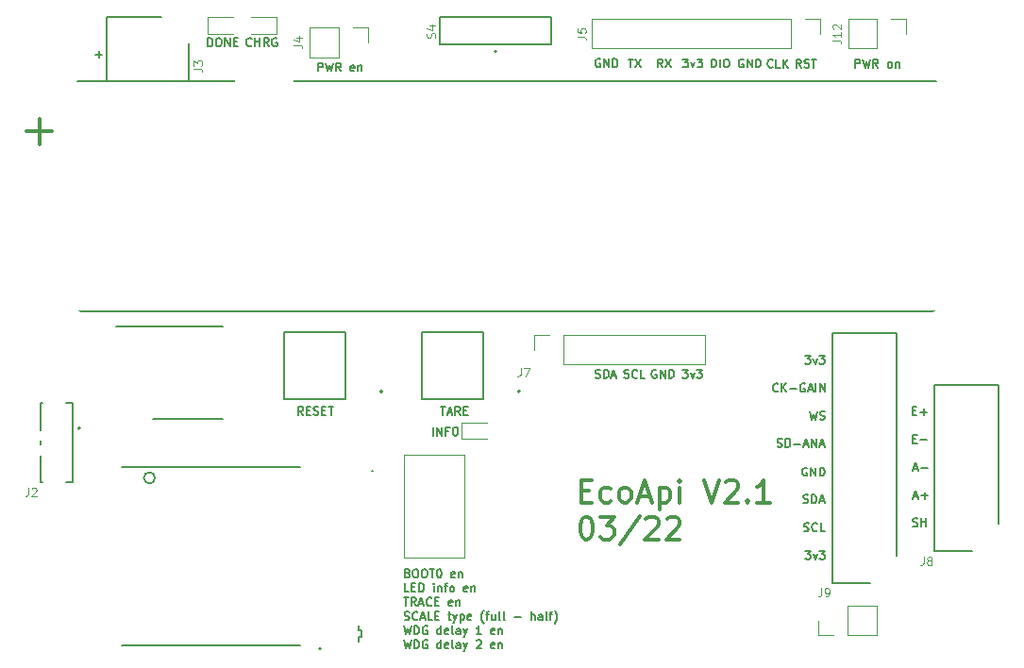
<source format=gto>
G04 #@! TF.GenerationSoftware,KiCad,Pcbnew,5.1.5+dfsg1-2build2*
G04 #@! TF.CreationDate,2022-03-24T14:40:24+01:00*
G04 #@! TF.ProjectId,EcoApi_pcb,45636f41-7069-45f7-9063-622e6b696361,rev?*
G04 #@! TF.SameCoordinates,Original*
G04 #@! TF.FileFunction,Legend,Top*
G04 #@! TF.FilePolarity,Positive*
%FSLAX46Y46*%
G04 Gerber Fmt 4.6, Leading zero omitted, Abs format (unit mm)*
G04 Created by KiCad (PCBNEW 5.1.5+dfsg1-2build2) date 2022-03-24 14:40:24*
%MOMM*%
%LPD*%
G04 APERTURE LIST*
%ADD10C,0.300000*%
%ADD11C,0.150000*%
%ADD12C,0.200000*%
%ADD13C,0.120000*%
%ADD14C,0.127000*%
%ADD15C,0.100000*%
%ADD16C,0.125000*%
%ADD17C,1.650000*%
%ADD18R,1.650000X1.650000*%
%ADD19O,1.700000X1.700000*%
%ADD20R,1.700000X1.700000*%
%ADD21C,1.308000*%
%ADD22R,1.308000X1.308000*%
%ADD23R,2.200000X1.050000*%
%ADD24R,1.050000X1.000000*%
%ADD25C,0.800000*%
%ADD26C,5.400000*%
%ADD27R,2.500000X1.200000*%
%ADD28R,2.100000X1.400000*%
%ADD29R,1.270000X0.760000*%
%ADD30O,1.716000X0.858000*%
%ADD31C,0.948000*%
%ADD32R,4.000000X2.150000*%
%ADD33R,7.350000X6.350000*%
%ADD34C,3.406000*%
G04 APERTURE END LIST*
D10*
X190971190Y-80817142D02*
X191637857Y-80817142D01*
X191923571Y-81864761D02*
X190971190Y-81864761D01*
X190971190Y-79864761D01*
X191923571Y-79864761D01*
X193637857Y-81769523D02*
X193447380Y-81864761D01*
X193066428Y-81864761D01*
X192875952Y-81769523D01*
X192780714Y-81674285D01*
X192685476Y-81483809D01*
X192685476Y-80912380D01*
X192780714Y-80721904D01*
X192875952Y-80626666D01*
X193066428Y-80531428D01*
X193447380Y-80531428D01*
X193637857Y-80626666D01*
X194780714Y-81864761D02*
X194590238Y-81769523D01*
X194495000Y-81674285D01*
X194399761Y-81483809D01*
X194399761Y-80912380D01*
X194495000Y-80721904D01*
X194590238Y-80626666D01*
X194780714Y-80531428D01*
X195066428Y-80531428D01*
X195256904Y-80626666D01*
X195352142Y-80721904D01*
X195447380Y-80912380D01*
X195447380Y-81483809D01*
X195352142Y-81674285D01*
X195256904Y-81769523D01*
X195066428Y-81864761D01*
X194780714Y-81864761D01*
X196209285Y-81293333D02*
X197161666Y-81293333D01*
X196018809Y-81864761D02*
X196685476Y-79864761D01*
X197352142Y-81864761D01*
X198018809Y-80531428D02*
X198018809Y-82531428D01*
X198018809Y-80626666D02*
X198209285Y-80531428D01*
X198590238Y-80531428D01*
X198780714Y-80626666D01*
X198875952Y-80721904D01*
X198971190Y-80912380D01*
X198971190Y-81483809D01*
X198875952Y-81674285D01*
X198780714Y-81769523D01*
X198590238Y-81864761D01*
X198209285Y-81864761D01*
X198018809Y-81769523D01*
X199828333Y-81864761D02*
X199828333Y-80531428D01*
X199828333Y-79864761D02*
X199733095Y-79960000D01*
X199828333Y-80055238D01*
X199923571Y-79960000D01*
X199828333Y-79864761D01*
X199828333Y-80055238D01*
X202018809Y-79864761D02*
X202685476Y-81864761D01*
X203352142Y-79864761D01*
X203923571Y-80055238D02*
X204018809Y-79960000D01*
X204209285Y-79864761D01*
X204685476Y-79864761D01*
X204875952Y-79960000D01*
X204971190Y-80055238D01*
X205066428Y-80245714D01*
X205066428Y-80436190D01*
X204971190Y-80721904D01*
X203828333Y-81864761D01*
X205066428Y-81864761D01*
X205923571Y-81674285D02*
X206018809Y-81769523D01*
X205923571Y-81864761D01*
X205828333Y-81769523D01*
X205923571Y-81674285D01*
X205923571Y-81864761D01*
X207923571Y-81864761D02*
X206780714Y-81864761D01*
X207352142Y-81864761D02*
X207352142Y-79864761D01*
X207161666Y-80150476D01*
X206971190Y-80340952D01*
X206780714Y-80436190D01*
X191352142Y-83164761D02*
X191542619Y-83164761D01*
X191733095Y-83260000D01*
X191828333Y-83355238D01*
X191923571Y-83545714D01*
X192018809Y-83926666D01*
X192018809Y-84402857D01*
X191923571Y-84783809D01*
X191828333Y-84974285D01*
X191733095Y-85069523D01*
X191542619Y-85164761D01*
X191352142Y-85164761D01*
X191161666Y-85069523D01*
X191066428Y-84974285D01*
X190971190Y-84783809D01*
X190875952Y-84402857D01*
X190875952Y-83926666D01*
X190971190Y-83545714D01*
X191066428Y-83355238D01*
X191161666Y-83260000D01*
X191352142Y-83164761D01*
X192685476Y-83164761D02*
X193923571Y-83164761D01*
X193256904Y-83926666D01*
X193542619Y-83926666D01*
X193733095Y-84021904D01*
X193828333Y-84117142D01*
X193923571Y-84307619D01*
X193923571Y-84783809D01*
X193828333Y-84974285D01*
X193733095Y-85069523D01*
X193542619Y-85164761D01*
X192971190Y-85164761D01*
X192780714Y-85069523D01*
X192685476Y-84974285D01*
X196209285Y-83069523D02*
X194495000Y-85640952D01*
X196780714Y-83355238D02*
X196875952Y-83260000D01*
X197066428Y-83164761D01*
X197542619Y-83164761D01*
X197733095Y-83260000D01*
X197828333Y-83355238D01*
X197923571Y-83545714D01*
X197923571Y-83736190D01*
X197828333Y-84021904D01*
X196685476Y-85164761D01*
X197923571Y-85164761D01*
X198685476Y-83355238D02*
X198780714Y-83260000D01*
X198971190Y-83164761D01*
X199447380Y-83164761D01*
X199637857Y-83260000D01*
X199733095Y-83355238D01*
X199828333Y-83545714D01*
X199828333Y-83736190D01*
X199733095Y-84021904D01*
X198590238Y-85164761D01*
X199828333Y-85164761D01*
D11*
X147414285Y-41653571D02*
X147985714Y-41653571D01*
X147700000Y-41939285D02*
X147700000Y-41367857D01*
X166020714Y-74009285D02*
X165770714Y-73652142D01*
X165592142Y-74009285D02*
X165592142Y-73259285D01*
X165877857Y-73259285D01*
X165949285Y-73295000D01*
X165985000Y-73330714D01*
X166020714Y-73402142D01*
X166020714Y-73509285D01*
X165985000Y-73580714D01*
X165949285Y-73616428D01*
X165877857Y-73652142D01*
X165592142Y-73652142D01*
X166342142Y-73616428D02*
X166592142Y-73616428D01*
X166699285Y-74009285D02*
X166342142Y-74009285D01*
X166342142Y-73259285D01*
X166699285Y-73259285D01*
X166985000Y-73973571D02*
X167092142Y-74009285D01*
X167270714Y-74009285D01*
X167342142Y-73973571D01*
X167377857Y-73937857D01*
X167413571Y-73866428D01*
X167413571Y-73795000D01*
X167377857Y-73723571D01*
X167342142Y-73687857D01*
X167270714Y-73652142D01*
X167127857Y-73616428D01*
X167056428Y-73580714D01*
X167020714Y-73545000D01*
X166985000Y-73473571D01*
X166985000Y-73402142D01*
X167020714Y-73330714D01*
X167056428Y-73295000D01*
X167127857Y-73259285D01*
X167306428Y-73259285D01*
X167413571Y-73295000D01*
X167735000Y-73616428D02*
X167985000Y-73616428D01*
X168092142Y-74009285D02*
X167735000Y-74009285D01*
X167735000Y-73259285D01*
X168092142Y-73259285D01*
X168306428Y-73259285D02*
X168735000Y-73259285D01*
X168520714Y-74009285D02*
X168520714Y-73259285D01*
X178370000Y-73259285D02*
X178798571Y-73259285D01*
X178584285Y-74009285D02*
X178584285Y-73259285D01*
X179012857Y-73795000D02*
X179370000Y-73795000D01*
X178941428Y-74009285D02*
X179191428Y-73259285D01*
X179441428Y-74009285D01*
X180120000Y-74009285D02*
X179870000Y-73652142D01*
X179691428Y-74009285D02*
X179691428Y-73259285D01*
X179977142Y-73259285D01*
X180048571Y-73295000D01*
X180084285Y-73330714D01*
X180120000Y-73402142D01*
X180120000Y-73509285D01*
X180084285Y-73580714D01*
X180048571Y-73616428D01*
X179977142Y-73652142D01*
X179691428Y-73652142D01*
X180441428Y-73616428D02*
X180691428Y-73616428D01*
X180798571Y-74009285D02*
X180441428Y-74009285D01*
X180441428Y-73259285D01*
X180798571Y-73259285D01*
X215585714Y-42839285D02*
X215585714Y-42089285D01*
X215871428Y-42089285D01*
X215942857Y-42125000D01*
X215978571Y-42160714D01*
X216014285Y-42232142D01*
X216014285Y-42339285D01*
X215978571Y-42410714D01*
X215942857Y-42446428D01*
X215871428Y-42482142D01*
X215585714Y-42482142D01*
X216264285Y-42089285D02*
X216442857Y-42839285D01*
X216585714Y-42303571D01*
X216728571Y-42839285D01*
X216907142Y-42089285D01*
X217621428Y-42839285D02*
X217371428Y-42482142D01*
X217192857Y-42839285D02*
X217192857Y-42089285D01*
X217478571Y-42089285D01*
X217550000Y-42125000D01*
X217585714Y-42160714D01*
X217621428Y-42232142D01*
X217621428Y-42339285D01*
X217585714Y-42410714D01*
X217550000Y-42446428D01*
X217478571Y-42482142D01*
X217192857Y-42482142D01*
X218621428Y-42839285D02*
X218550000Y-42803571D01*
X218514285Y-42767857D01*
X218478571Y-42696428D01*
X218478571Y-42482142D01*
X218514285Y-42410714D01*
X218550000Y-42375000D01*
X218621428Y-42339285D01*
X218728571Y-42339285D01*
X218800000Y-42375000D01*
X218835714Y-42410714D01*
X218871428Y-42482142D01*
X218871428Y-42696428D01*
X218835714Y-42767857D01*
X218800000Y-42803571D01*
X218728571Y-42839285D01*
X218621428Y-42839285D01*
X219192857Y-42339285D02*
X219192857Y-42839285D01*
X219192857Y-42410714D02*
X219228571Y-42375000D01*
X219300000Y-42339285D01*
X219407142Y-42339285D01*
X219478571Y-42375000D01*
X219514285Y-42446428D01*
X219514285Y-42839285D01*
X210719285Y-42839285D02*
X210469285Y-42482142D01*
X210290714Y-42839285D02*
X210290714Y-42089285D01*
X210576428Y-42089285D01*
X210647857Y-42125000D01*
X210683571Y-42160714D01*
X210719285Y-42232142D01*
X210719285Y-42339285D01*
X210683571Y-42410714D01*
X210647857Y-42446428D01*
X210576428Y-42482142D01*
X210290714Y-42482142D01*
X211005000Y-42803571D02*
X211112142Y-42839285D01*
X211290714Y-42839285D01*
X211362142Y-42803571D01*
X211397857Y-42767857D01*
X211433571Y-42696428D01*
X211433571Y-42625000D01*
X211397857Y-42553571D01*
X211362142Y-42517857D01*
X211290714Y-42482142D01*
X211147857Y-42446428D01*
X211076428Y-42410714D01*
X211040714Y-42375000D01*
X211005000Y-42303571D01*
X211005000Y-42232142D01*
X211040714Y-42160714D01*
X211076428Y-42125000D01*
X211147857Y-42089285D01*
X211326428Y-42089285D01*
X211433571Y-42125000D01*
X211647857Y-42089285D02*
X212076428Y-42089285D01*
X211862142Y-42839285D02*
X211862142Y-42089285D01*
X202682142Y-42829285D02*
X202682142Y-42079285D01*
X202860714Y-42079285D01*
X202967857Y-42115000D01*
X203039285Y-42186428D01*
X203075000Y-42257857D01*
X203110714Y-42400714D01*
X203110714Y-42507857D01*
X203075000Y-42650714D01*
X203039285Y-42722142D01*
X202967857Y-42793571D01*
X202860714Y-42829285D01*
X202682142Y-42829285D01*
X203432142Y-42829285D02*
X203432142Y-42079285D01*
X203932142Y-42079285D02*
X204075000Y-42079285D01*
X204146428Y-42115000D01*
X204217857Y-42186428D01*
X204253571Y-42329285D01*
X204253571Y-42579285D01*
X204217857Y-42722142D01*
X204146428Y-42793571D01*
X204075000Y-42829285D01*
X203932142Y-42829285D01*
X203860714Y-42793571D01*
X203789285Y-42722142D01*
X203753571Y-42579285D01*
X203753571Y-42329285D01*
X203789285Y-42186428D01*
X203860714Y-42115000D01*
X203932142Y-42079285D01*
X205528571Y-42115000D02*
X205457142Y-42079285D01*
X205350000Y-42079285D01*
X205242857Y-42115000D01*
X205171428Y-42186428D01*
X205135714Y-42257857D01*
X205100000Y-42400714D01*
X205100000Y-42507857D01*
X205135714Y-42650714D01*
X205171428Y-42722142D01*
X205242857Y-42793571D01*
X205350000Y-42829285D01*
X205421428Y-42829285D01*
X205528571Y-42793571D01*
X205564285Y-42757857D01*
X205564285Y-42507857D01*
X205421428Y-42507857D01*
X205885714Y-42829285D02*
X205885714Y-42079285D01*
X206314285Y-42829285D01*
X206314285Y-42079285D01*
X206671428Y-42829285D02*
X206671428Y-42079285D01*
X206850000Y-42079285D01*
X206957142Y-42115000D01*
X207028571Y-42186428D01*
X207064285Y-42257857D01*
X207100000Y-42400714D01*
X207100000Y-42507857D01*
X207064285Y-42650714D01*
X207028571Y-42722142D01*
X206957142Y-42793571D01*
X206850000Y-42829285D01*
X206671428Y-42829285D01*
X208153571Y-42767857D02*
X208117857Y-42803571D01*
X208010714Y-42839285D01*
X207939285Y-42839285D01*
X207832142Y-42803571D01*
X207760714Y-42732142D01*
X207725000Y-42660714D01*
X207689285Y-42517857D01*
X207689285Y-42410714D01*
X207725000Y-42267857D01*
X207760714Y-42196428D01*
X207832142Y-42125000D01*
X207939285Y-42089285D01*
X208010714Y-42089285D01*
X208117857Y-42125000D01*
X208153571Y-42160714D01*
X208832142Y-42839285D02*
X208475000Y-42839285D01*
X208475000Y-42089285D01*
X209082142Y-42839285D02*
X209082142Y-42089285D01*
X209510714Y-42839285D02*
X209189285Y-42410714D01*
X209510714Y-42089285D02*
X209082142Y-42517857D01*
X200097142Y-42079285D02*
X200561428Y-42079285D01*
X200311428Y-42365000D01*
X200418571Y-42365000D01*
X200490000Y-42400714D01*
X200525714Y-42436428D01*
X200561428Y-42507857D01*
X200561428Y-42686428D01*
X200525714Y-42757857D01*
X200490000Y-42793571D01*
X200418571Y-42829285D01*
X200204285Y-42829285D01*
X200132857Y-42793571D01*
X200097142Y-42757857D01*
X200811428Y-42329285D02*
X200990000Y-42829285D01*
X201168571Y-42329285D01*
X201382857Y-42079285D02*
X201847142Y-42079285D01*
X201597142Y-42365000D01*
X201704285Y-42365000D01*
X201775714Y-42400714D01*
X201811428Y-42436428D01*
X201847142Y-42507857D01*
X201847142Y-42686428D01*
X201811428Y-42757857D01*
X201775714Y-42793571D01*
X201704285Y-42829285D01*
X201490000Y-42829285D01*
X201418571Y-42793571D01*
X201382857Y-42757857D01*
X192678571Y-42075000D02*
X192607142Y-42039285D01*
X192500000Y-42039285D01*
X192392857Y-42075000D01*
X192321428Y-42146428D01*
X192285714Y-42217857D01*
X192250000Y-42360714D01*
X192250000Y-42467857D01*
X192285714Y-42610714D01*
X192321428Y-42682142D01*
X192392857Y-42753571D01*
X192500000Y-42789285D01*
X192571428Y-42789285D01*
X192678571Y-42753571D01*
X192714285Y-42717857D01*
X192714285Y-42467857D01*
X192571428Y-42467857D01*
X193035714Y-42789285D02*
X193035714Y-42039285D01*
X193464285Y-42789285D01*
X193464285Y-42039285D01*
X193821428Y-42789285D02*
X193821428Y-42039285D01*
X194000000Y-42039285D01*
X194107142Y-42075000D01*
X194178571Y-42146428D01*
X194214285Y-42217857D01*
X194250000Y-42360714D01*
X194250000Y-42467857D01*
X194214285Y-42610714D01*
X194178571Y-42682142D01*
X194107142Y-42753571D01*
X194000000Y-42789285D01*
X193821428Y-42789285D01*
X198275000Y-42829285D02*
X198025000Y-42472142D01*
X197846428Y-42829285D02*
X197846428Y-42079285D01*
X198132142Y-42079285D01*
X198203571Y-42115000D01*
X198239285Y-42150714D01*
X198275000Y-42222142D01*
X198275000Y-42329285D01*
X198239285Y-42400714D01*
X198203571Y-42436428D01*
X198132142Y-42472142D01*
X197846428Y-42472142D01*
X198525000Y-42079285D02*
X199025000Y-42829285D01*
X199025000Y-42079285D02*
X198525000Y-42829285D01*
X195228571Y-42079285D02*
X195657142Y-42079285D01*
X195442857Y-42829285D02*
X195442857Y-42079285D01*
X195835714Y-42079285D02*
X196335714Y-42829285D01*
X196335714Y-42079285D02*
X195835714Y-42829285D01*
X167403571Y-43159285D02*
X167403571Y-42409285D01*
X167689285Y-42409285D01*
X167760714Y-42445000D01*
X167796428Y-42480714D01*
X167832142Y-42552142D01*
X167832142Y-42659285D01*
X167796428Y-42730714D01*
X167760714Y-42766428D01*
X167689285Y-42802142D01*
X167403571Y-42802142D01*
X168082142Y-42409285D02*
X168260714Y-43159285D01*
X168403571Y-42623571D01*
X168546428Y-43159285D01*
X168725000Y-42409285D01*
X169439285Y-43159285D02*
X169189285Y-42802142D01*
X169010714Y-43159285D02*
X169010714Y-42409285D01*
X169296428Y-42409285D01*
X169367857Y-42445000D01*
X169403571Y-42480714D01*
X169439285Y-42552142D01*
X169439285Y-42659285D01*
X169403571Y-42730714D01*
X169367857Y-42766428D01*
X169296428Y-42802142D01*
X169010714Y-42802142D01*
X170617857Y-43123571D02*
X170546428Y-43159285D01*
X170403571Y-43159285D01*
X170332142Y-43123571D01*
X170296428Y-43052142D01*
X170296428Y-42766428D01*
X170332142Y-42695000D01*
X170403571Y-42659285D01*
X170546428Y-42659285D01*
X170617857Y-42695000D01*
X170653571Y-42766428D01*
X170653571Y-42837857D01*
X170296428Y-42909285D01*
X170975000Y-42659285D02*
X170975000Y-43159285D01*
X170975000Y-42730714D02*
X171010714Y-42695000D01*
X171082142Y-42659285D01*
X171189285Y-42659285D01*
X171260714Y-42695000D01*
X171296428Y-42766428D01*
X171296428Y-43159285D01*
X161409285Y-40847857D02*
X161373571Y-40883571D01*
X161266428Y-40919285D01*
X161195000Y-40919285D01*
X161087857Y-40883571D01*
X161016428Y-40812142D01*
X160980714Y-40740714D01*
X160945000Y-40597857D01*
X160945000Y-40490714D01*
X160980714Y-40347857D01*
X161016428Y-40276428D01*
X161087857Y-40205000D01*
X161195000Y-40169285D01*
X161266428Y-40169285D01*
X161373571Y-40205000D01*
X161409285Y-40240714D01*
X161730714Y-40919285D02*
X161730714Y-40169285D01*
X161730714Y-40526428D02*
X162159285Y-40526428D01*
X162159285Y-40919285D02*
X162159285Y-40169285D01*
X162945000Y-40919285D02*
X162695000Y-40562142D01*
X162516428Y-40919285D02*
X162516428Y-40169285D01*
X162802142Y-40169285D01*
X162873571Y-40205000D01*
X162909285Y-40240714D01*
X162945000Y-40312142D01*
X162945000Y-40419285D01*
X162909285Y-40490714D01*
X162873571Y-40526428D01*
X162802142Y-40562142D01*
X162516428Y-40562142D01*
X163659285Y-40205000D02*
X163587857Y-40169285D01*
X163480714Y-40169285D01*
X163373571Y-40205000D01*
X163302142Y-40276428D01*
X163266428Y-40347857D01*
X163230714Y-40490714D01*
X163230714Y-40597857D01*
X163266428Y-40740714D01*
X163302142Y-40812142D01*
X163373571Y-40883571D01*
X163480714Y-40919285D01*
X163552142Y-40919285D01*
X163659285Y-40883571D01*
X163695000Y-40847857D01*
X163695000Y-40597857D01*
X163552142Y-40597857D01*
X157498571Y-40929285D02*
X157498571Y-40179285D01*
X157677142Y-40179285D01*
X157784285Y-40215000D01*
X157855714Y-40286428D01*
X157891428Y-40357857D01*
X157927142Y-40500714D01*
X157927142Y-40607857D01*
X157891428Y-40750714D01*
X157855714Y-40822142D01*
X157784285Y-40893571D01*
X157677142Y-40929285D01*
X157498571Y-40929285D01*
X158391428Y-40179285D02*
X158534285Y-40179285D01*
X158605714Y-40215000D01*
X158677142Y-40286428D01*
X158712857Y-40429285D01*
X158712857Y-40679285D01*
X158677142Y-40822142D01*
X158605714Y-40893571D01*
X158534285Y-40929285D01*
X158391428Y-40929285D01*
X158320000Y-40893571D01*
X158248571Y-40822142D01*
X158212857Y-40679285D01*
X158212857Y-40429285D01*
X158248571Y-40286428D01*
X158320000Y-40215000D01*
X158391428Y-40179285D01*
X159034285Y-40929285D02*
X159034285Y-40179285D01*
X159462857Y-40929285D01*
X159462857Y-40179285D01*
X159820000Y-40536428D02*
X160070000Y-40536428D01*
X160177142Y-40929285D02*
X159820000Y-40929285D01*
X159820000Y-40179285D01*
X160177142Y-40179285D01*
X177692857Y-75859285D02*
X177692857Y-75109285D01*
X178050000Y-75859285D02*
X178050000Y-75109285D01*
X178478571Y-75859285D01*
X178478571Y-75109285D01*
X179085714Y-75466428D02*
X178835714Y-75466428D01*
X178835714Y-75859285D02*
X178835714Y-75109285D01*
X179192857Y-75109285D01*
X179621428Y-75109285D02*
X179764285Y-75109285D01*
X179835714Y-75145000D01*
X179907142Y-75216428D01*
X179942857Y-75359285D01*
X179942857Y-75609285D01*
X179907142Y-75752142D01*
X179835714Y-75823571D01*
X179764285Y-75859285D01*
X179621428Y-75859285D01*
X179550000Y-75823571D01*
X179478571Y-75752142D01*
X179442857Y-75609285D01*
X179442857Y-75359285D01*
X179478571Y-75216428D01*
X179550000Y-75145000D01*
X179621428Y-75109285D01*
X175416071Y-88198928D02*
X175523214Y-88234642D01*
X175558928Y-88270357D01*
X175594642Y-88341785D01*
X175594642Y-88448928D01*
X175558928Y-88520357D01*
X175523214Y-88556071D01*
X175451785Y-88591785D01*
X175166071Y-88591785D01*
X175166071Y-87841785D01*
X175416071Y-87841785D01*
X175487500Y-87877500D01*
X175523214Y-87913214D01*
X175558928Y-87984642D01*
X175558928Y-88056071D01*
X175523214Y-88127500D01*
X175487500Y-88163214D01*
X175416071Y-88198928D01*
X175166071Y-88198928D01*
X176058928Y-87841785D02*
X176201785Y-87841785D01*
X176273214Y-87877500D01*
X176344642Y-87948928D01*
X176380357Y-88091785D01*
X176380357Y-88341785D01*
X176344642Y-88484642D01*
X176273214Y-88556071D01*
X176201785Y-88591785D01*
X176058928Y-88591785D01*
X175987500Y-88556071D01*
X175916071Y-88484642D01*
X175880357Y-88341785D01*
X175880357Y-88091785D01*
X175916071Y-87948928D01*
X175987500Y-87877500D01*
X176058928Y-87841785D01*
X176844642Y-87841785D02*
X176987500Y-87841785D01*
X177058928Y-87877500D01*
X177130357Y-87948928D01*
X177166071Y-88091785D01*
X177166071Y-88341785D01*
X177130357Y-88484642D01*
X177058928Y-88556071D01*
X176987500Y-88591785D01*
X176844642Y-88591785D01*
X176773214Y-88556071D01*
X176701785Y-88484642D01*
X176666071Y-88341785D01*
X176666071Y-88091785D01*
X176701785Y-87948928D01*
X176773214Y-87877500D01*
X176844642Y-87841785D01*
X177380357Y-87841785D02*
X177808928Y-87841785D01*
X177594642Y-88591785D02*
X177594642Y-87841785D01*
X178201785Y-87841785D02*
X178273214Y-87841785D01*
X178344642Y-87877500D01*
X178380357Y-87913214D01*
X178416071Y-87984642D01*
X178451785Y-88127500D01*
X178451785Y-88306071D01*
X178416071Y-88448928D01*
X178380357Y-88520357D01*
X178344642Y-88556071D01*
X178273214Y-88591785D01*
X178201785Y-88591785D01*
X178130357Y-88556071D01*
X178094642Y-88520357D01*
X178058928Y-88448928D01*
X178023214Y-88306071D01*
X178023214Y-88127500D01*
X178058928Y-87984642D01*
X178094642Y-87913214D01*
X178130357Y-87877500D01*
X178201785Y-87841785D01*
X179630357Y-88556071D02*
X179558928Y-88591785D01*
X179416071Y-88591785D01*
X179344642Y-88556071D01*
X179308928Y-88484642D01*
X179308928Y-88198928D01*
X179344642Y-88127500D01*
X179416071Y-88091785D01*
X179558928Y-88091785D01*
X179630357Y-88127500D01*
X179666071Y-88198928D01*
X179666071Y-88270357D01*
X179308928Y-88341785D01*
X179987500Y-88091785D02*
X179987500Y-88591785D01*
X179987500Y-88163214D02*
X180023214Y-88127500D01*
X180094642Y-88091785D01*
X180201785Y-88091785D01*
X180273214Y-88127500D01*
X180308928Y-88198928D01*
X180308928Y-88591785D01*
X175523214Y-89866785D02*
X175166071Y-89866785D01*
X175166071Y-89116785D01*
X175773214Y-89473928D02*
X176023214Y-89473928D01*
X176130357Y-89866785D02*
X175773214Y-89866785D01*
X175773214Y-89116785D01*
X176130357Y-89116785D01*
X176451785Y-89866785D02*
X176451785Y-89116785D01*
X176630357Y-89116785D01*
X176737500Y-89152500D01*
X176808928Y-89223928D01*
X176844642Y-89295357D01*
X176880357Y-89438214D01*
X176880357Y-89545357D01*
X176844642Y-89688214D01*
X176808928Y-89759642D01*
X176737500Y-89831071D01*
X176630357Y-89866785D01*
X176451785Y-89866785D01*
X177773214Y-89866785D02*
X177773214Y-89366785D01*
X177773214Y-89116785D02*
X177737500Y-89152500D01*
X177773214Y-89188214D01*
X177808928Y-89152500D01*
X177773214Y-89116785D01*
X177773214Y-89188214D01*
X178130357Y-89366785D02*
X178130357Y-89866785D01*
X178130357Y-89438214D02*
X178166071Y-89402500D01*
X178237500Y-89366785D01*
X178344642Y-89366785D01*
X178416071Y-89402500D01*
X178451785Y-89473928D01*
X178451785Y-89866785D01*
X178701785Y-89366785D02*
X178987500Y-89366785D01*
X178808928Y-89866785D02*
X178808928Y-89223928D01*
X178844642Y-89152500D01*
X178916071Y-89116785D01*
X178987500Y-89116785D01*
X179344642Y-89866785D02*
X179273214Y-89831071D01*
X179237500Y-89795357D01*
X179201785Y-89723928D01*
X179201785Y-89509642D01*
X179237500Y-89438214D01*
X179273214Y-89402500D01*
X179344642Y-89366785D01*
X179451785Y-89366785D01*
X179523214Y-89402500D01*
X179558928Y-89438214D01*
X179594642Y-89509642D01*
X179594642Y-89723928D01*
X179558928Y-89795357D01*
X179523214Y-89831071D01*
X179451785Y-89866785D01*
X179344642Y-89866785D01*
X180773214Y-89831071D02*
X180701785Y-89866785D01*
X180558928Y-89866785D01*
X180487500Y-89831071D01*
X180451785Y-89759642D01*
X180451785Y-89473928D01*
X180487500Y-89402500D01*
X180558928Y-89366785D01*
X180701785Y-89366785D01*
X180773214Y-89402500D01*
X180808928Y-89473928D01*
X180808928Y-89545357D01*
X180451785Y-89616785D01*
X181130357Y-89366785D02*
X181130357Y-89866785D01*
X181130357Y-89438214D02*
X181166071Y-89402500D01*
X181237500Y-89366785D01*
X181344642Y-89366785D01*
X181416071Y-89402500D01*
X181451785Y-89473928D01*
X181451785Y-89866785D01*
X175058928Y-90391785D02*
X175487500Y-90391785D01*
X175273214Y-91141785D02*
X175273214Y-90391785D01*
X176166071Y-91141785D02*
X175916071Y-90784642D01*
X175737500Y-91141785D02*
X175737500Y-90391785D01*
X176023214Y-90391785D01*
X176094642Y-90427500D01*
X176130357Y-90463214D01*
X176166071Y-90534642D01*
X176166071Y-90641785D01*
X176130357Y-90713214D01*
X176094642Y-90748928D01*
X176023214Y-90784642D01*
X175737500Y-90784642D01*
X176451785Y-90927500D02*
X176808928Y-90927500D01*
X176380357Y-91141785D02*
X176630357Y-90391785D01*
X176880357Y-91141785D01*
X177558928Y-91070357D02*
X177523214Y-91106071D01*
X177416071Y-91141785D01*
X177344642Y-91141785D01*
X177237500Y-91106071D01*
X177166071Y-91034642D01*
X177130357Y-90963214D01*
X177094642Y-90820357D01*
X177094642Y-90713214D01*
X177130357Y-90570357D01*
X177166071Y-90498928D01*
X177237500Y-90427500D01*
X177344642Y-90391785D01*
X177416071Y-90391785D01*
X177523214Y-90427500D01*
X177558928Y-90463214D01*
X177880357Y-90748928D02*
X178130357Y-90748928D01*
X178237500Y-91141785D02*
X177880357Y-91141785D01*
X177880357Y-90391785D01*
X178237500Y-90391785D01*
X179416071Y-91106071D02*
X179344642Y-91141785D01*
X179201785Y-91141785D01*
X179130357Y-91106071D01*
X179094642Y-91034642D01*
X179094642Y-90748928D01*
X179130357Y-90677500D01*
X179201785Y-90641785D01*
X179344642Y-90641785D01*
X179416071Y-90677500D01*
X179451785Y-90748928D01*
X179451785Y-90820357D01*
X179094642Y-90891785D01*
X179773214Y-90641785D02*
X179773214Y-91141785D01*
X179773214Y-90713214D02*
X179808928Y-90677500D01*
X179880357Y-90641785D01*
X179987500Y-90641785D01*
X180058928Y-90677500D01*
X180094642Y-90748928D01*
X180094642Y-91141785D01*
X175130357Y-92381071D02*
X175237500Y-92416785D01*
X175416071Y-92416785D01*
X175487500Y-92381071D01*
X175523214Y-92345357D01*
X175558928Y-92273928D01*
X175558928Y-92202500D01*
X175523214Y-92131071D01*
X175487500Y-92095357D01*
X175416071Y-92059642D01*
X175273214Y-92023928D01*
X175201785Y-91988214D01*
X175166071Y-91952500D01*
X175130357Y-91881071D01*
X175130357Y-91809642D01*
X175166071Y-91738214D01*
X175201785Y-91702500D01*
X175273214Y-91666785D01*
X175451785Y-91666785D01*
X175558928Y-91702500D01*
X176308928Y-92345357D02*
X176273214Y-92381071D01*
X176166071Y-92416785D01*
X176094642Y-92416785D01*
X175987500Y-92381071D01*
X175916071Y-92309642D01*
X175880357Y-92238214D01*
X175844642Y-92095357D01*
X175844642Y-91988214D01*
X175880357Y-91845357D01*
X175916071Y-91773928D01*
X175987500Y-91702500D01*
X176094642Y-91666785D01*
X176166071Y-91666785D01*
X176273214Y-91702500D01*
X176308928Y-91738214D01*
X176594642Y-92202500D02*
X176951785Y-92202500D01*
X176523214Y-92416785D02*
X176773214Y-91666785D01*
X177023214Y-92416785D01*
X177630357Y-92416785D02*
X177273214Y-92416785D01*
X177273214Y-91666785D01*
X177880357Y-92023928D02*
X178130357Y-92023928D01*
X178237500Y-92416785D02*
X177880357Y-92416785D01*
X177880357Y-91666785D01*
X178237500Y-91666785D01*
X179023214Y-91916785D02*
X179308928Y-91916785D01*
X179130357Y-91666785D02*
X179130357Y-92309642D01*
X179166071Y-92381071D01*
X179237500Y-92416785D01*
X179308928Y-92416785D01*
X179487500Y-91916785D02*
X179666071Y-92416785D01*
X179844642Y-91916785D02*
X179666071Y-92416785D01*
X179594642Y-92595357D01*
X179558928Y-92631071D01*
X179487500Y-92666785D01*
X180130357Y-91916785D02*
X180130357Y-92666785D01*
X180130357Y-91952500D02*
X180201785Y-91916785D01*
X180344642Y-91916785D01*
X180416071Y-91952500D01*
X180451785Y-91988214D01*
X180487500Y-92059642D01*
X180487500Y-92273928D01*
X180451785Y-92345357D01*
X180416071Y-92381071D01*
X180344642Y-92416785D01*
X180201785Y-92416785D01*
X180130357Y-92381071D01*
X181094642Y-92381071D02*
X181023214Y-92416785D01*
X180880357Y-92416785D01*
X180808928Y-92381071D01*
X180773214Y-92309642D01*
X180773214Y-92023928D01*
X180808928Y-91952500D01*
X180880357Y-91916785D01*
X181023214Y-91916785D01*
X181094642Y-91952500D01*
X181130357Y-92023928D01*
X181130357Y-92095357D01*
X180773214Y-92166785D01*
X182237500Y-92702500D02*
X182201785Y-92666785D01*
X182130357Y-92559642D01*
X182094642Y-92488214D01*
X182058928Y-92381071D01*
X182023214Y-92202500D01*
X182023214Y-92059642D01*
X182058928Y-91881071D01*
X182094642Y-91773928D01*
X182130357Y-91702500D01*
X182201785Y-91595357D01*
X182237500Y-91559642D01*
X182416071Y-91916785D02*
X182701785Y-91916785D01*
X182523214Y-92416785D02*
X182523214Y-91773928D01*
X182558928Y-91702500D01*
X182630357Y-91666785D01*
X182701785Y-91666785D01*
X183273214Y-91916785D02*
X183273214Y-92416785D01*
X182951785Y-91916785D02*
X182951785Y-92309642D01*
X182987500Y-92381071D01*
X183058928Y-92416785D01*
X183166071Y-92416785D01*
X183237500Y-92381071D01*
X183273214Y-92345357D01*
X183737500Y-92416785D02*
X183666071Y-92381071D01*
X183630357Y-92309642D01*
X183630357Y-91666785D01*
X184130357Y-92416785D02*
X184058928Y-92381071D01*
X184023214Y-92309642D01*
X184023214Y-91666785D01*
X184987500Y-92131071D02*
X185558928Y-92131071D01*
X186487500Y-92416785D02*
X186487500Y-91666785D01*
X186808928Y-92416785D02*
X186808928Y-92023928D01*
X186773214Y-91952500D01*
X186701785Y-91916785D01*
X186594642Y-91916785D01*
X186523214Y-91952500D01*
X186487500Y-91988214D01*
X187487500Y-92416785D02*
X187487500Y-92023928D01*
X187451785Y-91952500D01*
X187380357Y-91916785D01*
X187237500Y-91916785D01*
X187166071Y-91952500D01*
X187487500Y-92381071D02*
X187416071Y-92416785D01*
X187237500Y-92416785D01*
X187166071Y-92381071D01*
X187130357Y-92309642D01*
X187130357Y-92238214D01*
X187166071Y-92166785D01*
X187237500Y-92131071D01*
X187416071Y-92131071D01*
X187487500Y-92095357D01*
X187951785Y-92416785D02*
X187880357Y-92381071D01*
X187844642Y-92309642D01*
X187844642Y-91666785D01*
X188130357Y-91916785D02*
X188416071Y-91916785D01*
X188237500Y-92416785D02*
X188237500Y-91773928D01*
X188273214Y-91702500D01*
X188344642Y-91666785D01*
X188416071Y-91666785D01*
X188594642Y-92702500D02*
X188630357Y-92666785D01*
X188701785Y-92559642D01*
X188737500Y-92488214D01*
X188773214Y-92381071D01*
X188808928Y-92202500D01*
X188808928Y-92059642D01*
X188773214Y-91881071D01*
X188737500Y-91773928D01*
X188701785Y-91702500D01*
X188630357Y-91595357D01*
X188594642Y-91559642D01*
X175094642Y-92941785D02*
X175273214Y-93691785D01*
X175416071Y-93156071D01*
X175558928Y-93691785D01*
X175737500Y-92941785D01*
X176023214Y-93691785D02*
X176023214Y-92941785D01*
X176201785Y-92941785D01*
X176308928Y-92977500D01*
X176380357Y-93048928D01*
X176416071Y-93120357D01*
X176451785Y-93263214D01*
X176451785Y-93370357D01*
X176416071Y-93513214D01*
X176380357Y-93584642D01*
X176308928Y-93656071D01*
X176201785Y-93691785D01*
X176023214Y-93691785D01*
X177166071Y-92977500D02*
X177094642Y-92941785D01*
X176987500Y-92941785D01*
X176880357Y-92977500D01*
X176808928Y-93048928D01*
X176773214Y-93120357D01*
X176737500Y-93263214D01*
X176737500Y-93370357D01*
X176773214Y-93513214D01*
X176808928Y-93584642D01*
X176880357Y-93656071D01*
X176987500Y-93691785D01*
X177058928Y-93691785D01*
X177166071Y-93656071D01*
X177201785Y-93620357D01*
X177201785Y-93370357D01*
X177058928Y-93370357D01*
X178416071Y-93691785D02*
X178416071Y-92941785D01*
X178416071Y-93656071D02*
X178344642Y-93691785D01*
X178201785Y-93691785D01*
X178130357Y-93656071D01*
X178094642Y-93620357D01*
X178058928Y-93548928D01*
X178058928Y-93334642D01*
X178094642Y-93263214D01*
X178130357Y-93227500D01*
X178201785Y-93191785D01*
X178344642Y-93191785D01*
X178416071Y-93227500D01*
X179058928Y-93656071D02*
X178987500Y-93691785D01*
X178844642Y-93691785D01*
X178773214Y-93656071D01*
X178737500Y-93584642D01*
X178737500Y-93298928D01*
X178773214Y-93227500D01*
X178844642Y-93191785D01*
X178987500Y-93191785D01*
X179058928Y-93227500D01*
X179094642Y-93298928D01*
X179094642Y-93370357D01*
X178737500Y-93441785D01*
X179523214Y-93691785D02*
X179451785Y-93656071D01*
X179416071Y-93584642D01*
X179416071Y-92941785D01*
X180130357Y-93691785D02*
X180130357Y-93298928D01*
X180094642Y-93227500D01*
X180023214Y-93191785D01*
X179880357Y-93191785D01*
X179808928Y-93227500D01*
X180130357Y-93656071D02*
X180058928Y-93691785D01*
X179880357Y-93691785D01*
X179808928Y-93656071D01*
X179773214Y-93584642D01*
X179773214Y-93513214D01*
X179808928Y-93441785D01*
X179880357Y-93406071D01*
X180058928Y-93406071D01*
X180130357Y-93370357D01*
X180416071Y-93191785D02*
X180594642Y-93691785D01*
X180773214Y-93191785D02*
X180594642Y-93691785D01*
X180523214Y-93870357D01*
X180487500Y-93906071D01*
X180416071Y-93941785D01*
X182023214Y-93691785D02*
X181594642Y-93691785D01*
X181808928Y-93691785D02*
X181808928Y-92941785D01*
X181737500Y-93048928D01*
X181666071Y-93120357D01*
X181594642Y-93156071D01*
X183201785Y-93656071D02*
X183130357Y-93691785D01*
X182987500Y-93691785D01*
X182916071Y-93656071D01*
X182880357Y-93584642D01*
X182880357Y-93298928D01*
X182916071Y-93227500D01*
X182987500Y-93191785D01*
X183130357Y-93191785D01*
X183201785Y-93227500D01*
X183237500Y-93298928D01*
X183237500Y-93370357D01*
X182880357Y-93441785D01*
X183558928Y-93191785D02*
X183558928Y-93691785D01*
X183558928Y-93263214D02*
X183594642Y-93227500D01*
X183666071Y-93191785D01*
X183773214Y-93191785D01*
X183844642Y-93227500D01*
X183880357Y-93298928D01*
X183880357Y-93691785D01*
X175094642Y-94216785D02*
X175273214Y-94966785D01*
X175416071Y-94431071D01*
X175558928Y-94966785D01*
X175737500Y-94216785D01*
X176023214Y-94966785D02*
X176023214Y-94216785D01*
X176201785Y-94216785D01*
X176308928Y-94252500D01*
X176380357Y-94323928D01*
X176416071Y-94395357D01*
X176451785Y-94538214D01*
X176451785Y-94645357D01*
X176416071Y-94788214D01*
X176380357Y-94859642D01*
X176308928Y-94931071D01*
X176201785Y-94966785D01*
X176023214Y-94966785D01*
X177166071Y-94252500D02*
X177094642Y-94216785D01*
X176987500Y-94216785D01*
X176880357Y-94252500D01*
X176808928Y-94323928D01*
X176773214Y-94395357D01*
X176737500Y-94538214D01*
X176737500Y-94645357D01*
X176773214Y-94788214D01*
X176808928Y-94859642D01*
X176880357Y-94931071D01*
X176987500Y-94966785D01*
X177058928Y-94966785D01*
X177166071Y-94931071D01*
X177201785Y-94895357D01*
X177201785Y-94645357D01*
X177058928Y-94645357D01*
X178416071Y-94966785D02*
X178416071Y-94216785D01*
X178416071Y-94931071D02*
X178344642Y-94966785D01*
X178201785Y-94966785D01*
X178130357Y-94931071D01*
X178094642Y-94895357D01*
X178058928Y-94823928D01*
X178058928Y-94609642D01*
X178094642Y-94538214D01*
X178130357Y-94502500D01*
X178201785Y-94466785D01*
X178344642Y-94466785D01*
X178416071Y-94502500D01*
X179058928Y-94931071D02*
X178987500Y-94966785D01*
X178844642Y-94966785D01*
X178773214Y-94931071D01*
X178737500Y-94859642D01*
X178737500Y-94573928D01*
X178773214Y-94502500D01*
X178844642Y-94466785D01*
X178987500Y-94466785D01*
X179058928Y-94502500D01*
X179094642Y-94573928D01*
X179094642Y-94645357D01*
X178737500Y-94716785D01*
X179523214Y-94966785D02*
X179451785Y-94931071D01*
X179416071Y-94859642D01*
X179416071Y-94216785D01*
X180130357Y-94966785D02*
X180130357Y-94573928D01*
X180094642Y-94502500D01*
X180023214Y-94466785D01*
X179880357Y-94466785D01*
X179808928Y-94502500D01*
X180130357Y-94931071D02*
X180058928Y-94966785D01*
X179880357Y-94966785D01*
X179808928Y-94931071D01*
X179773214Y-94859642D01*
X179773214Y-94788214D01*
X179808928Y-94716785D01*
X179880357Y-94681071D01*
X180058928Y-94681071D01*
X180130357Y-94645357D01*
X180416071Y-94466785D02*
X180594642Y-94966785D01*
X180773214Y-94466785D02*
X180594642Y-94966785D01*
X180523214Y-95145357D01*
X180487500Y-95181071D01*
X180416071Y-95216785D01*
X181594642Y-94288214D02*
X181630357Y-94252500D01*
X181701785Y-94216785D01*
X181880357Y-94216785D01*
X181951785Y-94252500D01*
X181987500Y-94288214D01*
X182023214Y-94359642D01*
X182023214Y-94431071D01*
X181987500Y-94538214D01*
X181558928Y-94966785D01*
X182023214Y-94966785D01*
X183201785Y-94931071D02*
X183130357Y-94966785D01*
X182987500Y-94966785D01*
X182916071Y-94931071D01*
X182880357Y-94859642D01*
X182880357Y-94573928D01*
X182916071Y-94502500D01*
X182987500Y-94466785D01*
X183130357Y-94466785D01*
X183201785Y-94502500D01*
X183237500Y-94573928D01*
X183237500Y-94645357D01*
X182880357Y-94716785D01*
X183558928Y-94466785D02*
X183558928Y-94966785D01*
X183558928Y-94538214D02*
X183594642Y-94502500D01*
X183666071Y-94466785D01*
X183773214Y-94466785D01*
X183844642Y-94502500D01*
X183880357Y-94573928D01*
X183880357Y-94966785D01*
X211087142Y-86209285D02*
X211551428Y-86209285D01*
X211301428Y-86495000D01*
X211408571Y-86495000D01*
X211480000Y-86530714D01*
X211515714Y-86566428D01*
X211551428Y-86637857D01*
X211551428Y-86816428D01*
X211515714Y-86887857D01*
X211480000Y-86923571D01*
X211408571Y-86959285D01*
X211194285Y-86959285D01*
X211122857Y-86923571D01*
X211087142Y-86887857D01*
X211801428Y-86459285D02*
X211980000Y-86959285D01*
X212158571Y-86459285D01*
X212372857Y-86209285D02*
X212837142Y-86209285D01*
X212587142Y-86495000D01*
X212694285Y-86495000D01*
X212765714Y-86530714D01*
X212801428Y-86566428D01*
X212837142Y-86637857D01*
X212837142Y-86816428D01*
X212801428Y-86887857D01*
X212765714Y-86923571D01*
X212694285Y-86959285D01*
X212480000Y-86959285D01*
X212408571Y-86923571D01*
X212372857Y-86887857D01*
X210967142Y-84413571D02*
X211074285Y-84449285D01*
X211252857Y-84449285D01*
X211324285Y-84413571D01*
X211360000Y-84377857D01*
X211395714Y-84306428D01*
X211395714Y-84235000D01*
X211360000Y-84163571D01*
X211324285Y-84127857D01*
X211252857Y-84092142D01*
X211110000Y-84056428D01*
X211038571Y-84020714D01*
X211002857Y-83985000D01*
X210967142Y-83913571D01*
X210967142Y-83842142D01*
X211002857Y-83770714D01*
X211038571Y-83735000D01*
X211110000Y-83699285D01*
X211288571Y-83699285D01*
X211395714Y-83735000D01*
X212145714Y-84377857D02*
X212110000Y-84413571D01*
X212002857Y-84449285D01*
X211931428Y-84449285D01*
X211824285Y-84413571D01*
X211752857Y-84342142D01*
X211717142Y-84270714D01*
X211681428Y-84127857D01*
X211681428Y-84020714D01*
X211717142Y-83877857D01*
X211752857Y-83806428D01*
X211824285Y-83735000D01*
X211931428Y-83699285D01*
X212002857Y-83699285D01*
X212110000Y-83735000D01*
X212145714Y-83770714D01*
X212824285Y-84449285D02*
X212467142Y-84449285D01*
X212467142Y-83699285D01*
X210919285Y-81883571D02*
X211026428Y-81919285D01*
X211205000Y-81919285D01*
X211276428Y-81883571D01*
X211312142Y-81847857D01*
X211347857Y-81776428D01*
X211347857Y-81705000D01*
X211312142Y-81633571D01*
X211276428Y-81597857D01*
X211205000Y-81562142D01*
X211062142Y-81526428D01*
X210990714Y-81490714D01*
X210955000Y-81455000D01*
X210919285Y-81383571D01*
X210919285Y-81312142D01*
X210955000Y-81240714D01*
X210990714Y-81205000D01*
X211062142Y-81169285D01*
X211240714Y-81169285D01*
X211347857Y-81205000D01*
X211669285Y-81919285D02*
X211669285Y-81169285D01*
X211847857Y-81169285D01*
X211955000Y-81205000D01*
X212026428Y-81276428D01*
X212062142Y-81347857D01*
X212097857Y-81490714D01*
X212097857Y-81597857D01*
X212062142Y-81740714D01*
X212026428Y-81812142D01*
X211955000Y-81883571D01*
X211847857Y-81919285D01*
X211669285Y-81919285D01*
X212383571Y-81705000D02*
X212740714Y-81705000D01*
X212312142Y-81919285D02*
X212562142Y-81169285D01*
X212812142Y-81919285D01*
X211238571Y-78775000D02*
X211167142Y-78739285D01*
X211060000Y-78739285D01*
X210952857Y-78775000D01*
X210881428Y-78846428D01*
X210845714Y-78917857D01*
X210810000Y-79060714D01*
X210810000Y-79167857D01*
X210845714Y-79310714D01*
X210881428Y-79382142D01*
X210952857Y-79453571D01*
X211060000Y-79489285D01*
X211131428Y-79489285D01*
X211238571Y-79453571D01*
X211274285Y-79417857D01*
X211274285Y-79167857D01*
X211131428Y-79167857D01*
X211595714Y-79489285D02*
X211595714Y-78739285D01*
X212024285Y-79489285D01*
X212024285Y-78739285D01*
X212381428Y-79489285D02*
X212381428Y-78739285D01*
X212560000Y-78739285D01*
X212667142Y-78775000D01*
X212738571Y-78846428D01*
X212774285Y-78917857D01*
X212810000Y-79060714D01*
X212810000Y-79167857D01*
X212774285Y-79310714D01*
X212738571Y-79382142D01*
X212667142Y-79453571D01*
X212560000Y-79489285D01*
X212381428Y-79489285D01*
X208570714Y-76863571D02*
X208677857Y-76899285D01*
X208856428Y-76899285D01*
X208927857Y-76863571D01*
X208963571Y-76827857D01*
X208999285Y-76756428D01*
X208999285Y-76685000D01*
X208963571Y-76613571D01*
X208927857Y-76577857D01*
X208856428Y-76542142D01*
X208713571Y-76506428D01*
X208642142Y-76470714D01*
X208606428Y-76435000D01*
X208570714Y-76363571D01*
X208570714Y-76292142D01*
X208606428Y-76220714D01*
X208642142Y-76185000D01*
X208713571Y-76149285D01*
X208892142Y-76149285D01*
X208999285Y-76185000D01*
X209320714Y-76899285D02*
X209320714Y-76149285D01*
X209499285Y-76149285D01*
X209606428Y-76185000D01*
X209677857Y-76256428D01*
X209713571Y-76327857D01*
X209749285Y-76470714D01*
X209749285Y-76577857D01*
X209713571Y-76720714D01*
X209677857Y-76792142D01*
X209606428Y-76863571D01*
X209499285Y-76899285D01*
X209320714Y-76899285D01*
X210070714Y-76613571D02*
X210642142Y-76613571D01*
X210963571Y-76685000D02*
X211320714Y-76685000D01*
X210892142Y-76899285D02*
X211142142Y-76149285D01*
X211392142Y-76899285D01*
X211642142Y-76899285D02*
X211642142Y-76149285D01*
X212070714Y-76899285D01*
X212070714Y-76149285D01*
X212392142Y-76685000D02*
X212749285Y-76685000D01*
X212320714Y-76899285D02*
X212570714Y-76149285D01*
X212820714Y-76899285D01*
X211501428Y-73689285D02*
X211680000Y-74439285D01*
X211822857Y-73903571D01*
X211965714Y-74439285D01*
X212144285Y-73689285D01*
X212394285Y-74403571D02*
X212501428Y-74439285D01*
X212680000Y-74439285D01*
X212751428Y-74403571D01*
X212787142Y-74367857D01*
X212822857Y-74296428D01*
X212822857Y-74225000D01*
X212787142Y-74153571D01*
X212751428Y-74117857D01*
X212680000Y-74082142D01*
X212537142Y-74046428D01*
X212465714Y-74010714D01*
X212430000Y-73975000D01*
X212394285Y-73903571D01*
X212394285Y-73832142D01*
X212430000Y-73760714D01*
X212465714Y-73725000D01*
X212537142Y-73689285D01*
X212715714Y-73689285D01*
X212822857Y-73725000D01*
X208645000Y-71867857D02*
X208609285Y-71903571D01*
X208502142Y-71939285D01*
X208430714Y-71939285D01*
X208323571Y-71903571D01*
X208252142Y-71832142D01*
X208216428Y-71760714D01*
X208180714Y-71617857D01*
X208180714Y-71510714D01*
X208216428Y-71367857D01*
X208252142Y-71296428D01*
X208323571Y-71225000D01*
X208430714Y-71189285D01*
X208502142Y-71189285D01*
X208609285Y-71225000D01*
X208645000Y-71260714D01*
X208966428Y-71939285D02*
X208966428Y-71189285D01*
X209395000Y-71939285D02*
X209073571Y-71510714D01*
X209395000Y-71189285D02*
X208966428Y-71617857D01*
X209716428Y-71653571D02*
X210287857Y-71653571D01*
X211037857Y-71225000D02*
X210966428Y-71189285D01*
X210859285Y-71189285D01*
X210752142Y-71225000D01*
X210680714Y-71296428D01*
X210645000Y-71367857D01*
X210609285Y-71510714D01*
X210609285Y-71617857D01*
X210645000Y-71760714D01*
X210680714Y-71832142D01*
X210752142Y-71903571D01*
X210859285Y-71939285D01*
X210930714Y-71939285D01*
X211037857Y-71903571D01*
X211073571Y-71867857D01*
X211073571Y-71617857D01*
X210930714Y-71617857D01*
X211359285Y-71725000D02*
X211716428Y-71725000D01*
X211287857Y-71939285D02*
X211537857Y-71189285D01*
X211787857Y-71939285D01*
X212037857Y-71939285D02*
X212037857Y-71189285D01*
X212395000Y-71939285D02*
X212395000Y-71189285D01*
X212823571Y-71939285D01*
X212823571Y-71189285D01*
X211067142Y-68679285D02*
X211531428Y-68679285D01*
X211281428Y-68965000D01*
X211388571Y-68965000D01*
X211460000Y-69000714D01*
X211495714Y-69036428D01*
X211531428Y-69107857D01*
X211531428Y-69286428D01*
X211495714Y-69357857D01*
X211460000Y-69393571D01*
X211388571Y-69429285D01*
X211174285Y-69429285D01*
X211102857Y-69393571D01*
X211067142Y-69357857D01*
X211781428Y-68929285D02*
X211960000Y-69429285D01*
X212138571Y-68929285D01*
X212352857Y-68679285D02*
X212817142Y-68679285D01*
X212567142Y-68965000D01*
X212674285Y-68965000D01*
X212745714Y-69000714D01*
X212781428Y-69036428D01*
X212817142Y-69107857D01*
X212817142Y-69286428D01*
X212781428Y-69357857D01*
X212745714Y-69393571D01*
X212674285Y-69429285D01*
X212460000Y-69429285D01*
X212388571Y-69393571D01*
X212352857Y-69357857D01*
X220752857Y-83983571D02*
X220860000Y-84019285D01*
X221038571Y-84019285D01*
X221110000Y-83983571D01*
X221145714Y-83947857D01*
X221181428Y-83876428D01*
X221181428Y-83805000D01*
X221145714Y-83733571D01*
X221110000Y-83697857D01*
X221038571Y-83662142D01*
X220895714Y-83626428D01*
X220824285Y-83590714D01*
X220788571Y-83555000D01*
X220752857Y-83483571D01*
X220752857Y-83412142D01*
X220788571Y-83340714D01*
X220824285Y-83305000D01*
X220895714Y-83269285D01*
X221074285Y-83269285D01*
X221181428Y-83305000D01*
X221502857Y-84019285D02*
X221502857Y-83269285D01*
X221502857Y-83626428D02*
X221931428Y-83626428D01*
X221931428Y-84019285D02*
X221931428Y-83269285D01*
X220827142Y-81315000D02*
X221184285Y-81315000D01*
X220755714Y-81529285D02*
X221005714Y-80779285D01*
X221255714Y-81529285D01*
X221505714Y-81243571D02*
X222077142Y-81243571D01*
X221791428Y-81529285D02*
X221791428Y-80957857D01*
X220817142Y-78815000D02*
X221174285Y-78815000D01*
X220745714Y-79029285D02*
X220995714Y-78279285D01*
X221245714Y-79029285D01*
X221495714Y-78743571D02*
X222067142Y-78743571D01*
X220755000Y-76146428D02*
X221005000Y-76146428D01*
X221112142Y-76539285D02*
X220755000Y-76539285D01*
X220755000Y-75789285D01*
X221112142Y-75789285D01*
X221433571Y-76253571D02*
X222005000Y-76253571D01*
X220735000Y-73646428D02*
X220985000Y-73646428D01*
X221092142Y-74039285D02*
X220735000Y-74039285D01*
X220735000Y-73289285D01*
X221092142Y-73289285D01*
X221413571Y-73753571D02*
X221985000Y-73753571D01*
X221699285Y-74039285D02*
X221699285Y-73467857D01*
X192269285Y-70663571D02*
X192376428Y-70699285D01*
X192555000Y-70699285D01*
X192626428Y-70663571D01*
X192662142Y-70627857D01*
X192697857Y-70556428D01*
X192697857Y-70485000D01*
X192662142Y-70413571D01*
X192626428Y-70377857D01*
X192555000Y-70342142D01*
X192412142Y-70306428D01*
X192340714Y-70270714D01*
X192305000Y-70235000D01*
X192269285Y-70163571D01*
X192269285Y-70092142D01*
X192305000Y-70020714D01*
X192340714Y-69985000D01*
X192412142Y-69949285D01*
X192590714Y-69949285D01*
X192697857Y-69985000D01*
X193019285Y-70699285D02*
X193019285Y-69949285D01*
X193197857Y-69949285D01*
X193305000Y-69985000D01*
X193376428Y-70056428D01*
X193412142Y-70127857D01*
X193447857Y-70270714D01*
X193447857Y-70377857D01*
X193412142Y-70520714D01*
X193376428Y-70592142D01*
X193305000Y-70663571D01*
X193197857Y-70699285D01*
X193019285Y-70699285D01*
X193733571Y-70485000D02*
X194090714Y-70485000D01*
X193662142Y-70699285D02*
X193912142Y-69949285D01*
X194162142Y-70699285D01*
X194837142Y-70663571D02*
X194944285Y-70699285D01*
X195122857Y-70699285D01*
X195194285Y-70663571D01*
X195230000Y-70627857D01*
X195265714Y-70556428D01*
X195265714Y-70485000D01*
X195230000Y-70413571D01*
X195194285Y-70377857D01*
X195122857Y-70342142D01*
X194980000Y-70306428D01*
X194908571Y-70270714D01*
X194872857Y-70235000D01*
X194837142Y-70163571D01*
X194837142Y-70092142D01*
X194872857Y-70020714D01*
X194908571Y-69985000D01*
X194980000Y-69949285D01*
X195158571Y-69949285D01*
X195265714Y-69985000D01*
X196015714Y-70627857D02*
X195980000Y-70663571D01*
X195872857Y-70699285D01*
X195801428Y-70699285D01*
X195694285Y-70663571D01*
X195622857Y-70592142D01*
X195587142Y-70520714D01*
X195551428Y-70377857D01*
X195551428Y-70270714D01*
X195587142Y-70127857D01*
X195622857Y-70056428D01*
X195694285Y-69985000D01*
X195801428Y-69949285D01*
X195872857Y-69949285D01*
X195980000Y-69985000D01*
X196015714Y-70020714D01*
X196694285Y-70699285D02*
X196337142Y-70699285D01*
X196337142Y-69949285D01*
X197718571Y-69985000D02*
X197647142Y-69949285D01*
X197540000Y-69949285D01*
X197432857Y-69985000D01*
X197361428Y-70056428D01*
X197325714Y-70127857D01*
X197290000Y-70270714D01*
X197290000Y-70377857D01*
X197325714Y-70520714D01*
X197361428Y-70592142D01*
X197432857Y-70663571D01*
X197540000Y-70699285D01*
X197611428Y-70699285D01*
X197718571Y-70663571D01*
X197754285Y-70627857D01*
X197754285Y-70377857D01*
X197611428Y-70377857D01*
X198075714Y-70699285D02*
X198075714Y-69949285D01*
X198504285Y-70699285D01*
X198504285Y-69949285D01*
X198861428Y-70699285D02*
X198861428Y-69949285D01*
X199040000Y-69949285D01*
X199147142Y-69985000D01*
X199218571Y-70056428D01*
X199254285Y-70127857D01*
X199290000Y-70270714D01*
X199290000Y-70377857D01*
X199254285Y-70520714D01*
X199218571Y-70592142D01*
X199147142Y-70663571D01*
X199040000Y-70699285D01*
X198861428Y-70699285D01*
X200077142Y-69949285D02*
X200541428Y-69949285D01*
X200291428Y-70235000D01*
X200398571Y-70235000D01*
X200470000Y-70270714D01*
X200505714Y-70306428D01*
X200541428Y-70377857D01*
X200541428Y-70556428D01*
X200505714Y-70627857D01*
X200470000Y-70663571D01*
X200398571Y-70699285D01*
X200184285Y-70699285D01*
X200112857Y-70663571D01*
X200077142Y-70627857D01*
X200791428Y-70199285D02*
X200970000Y-70699285D01*
X201148571Y-70199285D01*
X201362857Y-69949285D02*
X201827142Y-69949285D01*
X201577142Y-70235000D01*
X201684285Y-70235000D01*
X201755714Y-70270714D01*
X201791428Y-70306428D01*
X201827142Y-70377857D01*
X201827142Y-70556428D01*
X201791428Y-70627857D01*
X201755714Y-70663571D01*
X201684285Y-70699285D01*
X201470000Y-70699285D01*
X201398571Y-70663571D01*
X201362857Y-70627857D01*
D10*
X141257142Y-48584285D02*
X143542857Y-48584285D01*
X142400000Y-49727142D02*
X142400000Y-47441428D01*
D12*
X213516000Y-89064000D02*
X216916000Y-89064000D01*
X213516000Y-66664000D02*
X213516000Y-89064000D01*
X219266000Y-66664000D02*
X213516000Y-66664000D01*
X219266000Y-86614000D02*
X219266000Y-66664000D01*
D13*
X212410000Y-38460000D02*
X212410000Y-39790000D01*
X211080000Y-38460000D02*
X212410000Y-38460000D01*
X209810000Y-38460000D02*
X209810000Y-41120000D01*
X209810000Y-41120000D02*
X191970000Y-41120000D01*
X209810000Y-38460000D02*
X191970000Y-38460000D01*
X191970000Y-38460000D02*
X191970000Y-41120000D01*
D14*
X178320000Y-38290000D02*
X178320000Y-40790000D01*
X188320000Y-38290000D02*
X178320000Y-38290000D01*
X188320000Y-40790000D02*
X188320000Y-38290000D01*
X178320000Y-40790000D02*
X188320000Y-40790000D01*
D12*
X183420000Y-41390000D02*
G75*
G03X183420000Y-41390000I-100000J0D01*
G01*
X167650000Y-95000000D02*
G75*
G03X167650000Y-95000000I-100000J0D01*
G01*
D14*
X171060000Y-93910000D02*
X171310000Y-93910000D01*
X171060000Y-94310000D02*
X171060000Y-93910000D01*
X171060000Y-93310000D02*
X171060000Y-92910000D01*
X171310000Y-93310000D02*
X171060000Y-93310000D01*
X171310000Y-93910000D02*
X171310000Y-93310000D01*
D13*
X212270000Y-93780000D02*
X212270000Y-92450000D01*
X213600000Y-93780000D02*
X212270000Y-93780000D01*
X214870000Y-93780000D02*
X214870000Y-91120000D01*
X214870000Y-91120000D02*
X217470000Y-91120000D01*
X214870000Y-93780000D02*
X217470000Y-93780000D01*
X217470000Y-93780000D02*
X217470000Y-91120000D01*
X220120000Y-38460000D02*
X220120000Y-39790000D01*
X218790000Y-38460000D02*
X220120000Y-38460000D01*
X217520000Y-38460000D02*
X217520000Y-41120000D01*
X217520000Y-41120000D02*
X214920000Y-41120000D01*
X217520000Y-38460000D02*
X214920000Y-38460000D01*
X214920000Y-38460000D02*
X214920000Y-41120000D01*
D11*
X149750000Y-78650000D02*
X165750000Y-78650000D01*
X149750000Y-94650000D02*
X165750000Y-94650000D01*
X152750000Y-79650000D02*
G75*
G03X152750000Y-79650000I-500000J0D01*
G01*
D12*
X173150000Y-71900000D02*
G75*
G03X173150000Y-71900000I-100000J0D01*
G01*
D14*
X164350000Y-72600000D02*
X169850000Y-72600000D01*
X169850000Y-66600000D02*
X169850000Y-72600000D01*
X164350000Y-66600000D02*
X169850000Y-66600000D01*
X164350000Y-72600000D02*
X164350000Y-66600000D01*
D12*
X172200000Y-79045000D02*
G75*
G02X172300000Y-79045000I50000J0D01*
G01*
X172300000Y-79045000D02*
G75*
G02X172200000Y-79045000I-50000J0D01*
G01*
X172200000Y-79045000D02*
G75*
G02X172300000Y-79045000I50000J0D01*
G01*
X172300000Y-79045000D02*
X172300000Y-79045000D01*
X172200000Y-79045000D02*
X172200000Y-79045000D01*
X172300000Y-79045000D02*
X172300000Y-79045000D01*
D15*
X175100000Y-77610000D02*
X180500000Y-77610000D01*
X175100000Y-86830000D02*
X175100000Y-77610000D01*
X180500000Y-86830000D02*
X175100000Y-86830000D01*
X180500000Y-77610000D02*
X180500000Y-86830000D01*
D12*
X185500000Y-71900000D02*
G75*
G03X185500000Y-71900000I-100000J0D01*
G01*
D14*
X176700000Y-72600000D02*
X182200000Y-72600000D01*
X182200000Y-66600000D02*
X182200000Y-72600000D01*
X176700000Y-66600000D02*
X182200000Y-66600000D01*
X176700000Y-72600000D02*
X176700000Y-66600000D01*
D12*
X222650000Y-86200000D02*
X226050000Y-86200000D01*
X222650000Y-71300000D02*
X222650000Y-86200000D01*
X228400000Y-71300000D02*
X222650000Y-71300000D01*
X228400000Y-83750000D02*
X228400000Y-71300000D01*
D13*
X186770000Y-68150000D02*
X186770000Y-66820000D01*
X186770000Y-66820000D02*
X188100000Y-66820000D01*
X189370000Y-66820000D02*
X202130000Y-66820000D01*
X202130000Y-69480000D02*
X202130000Y-66820000D01*
X189370000Y-69480000D02*
X202130000Y-69480000D01*
X189370000Y-69480000D02*
X189370000Y-66820000D01*
X171830000Y-39270000D02*
X171830000Y-40600000D01*
X170500000Y-39270000D02*
X171830000Y-39270000D01*
X169230000Y-39270000D02*
X169230000Y-41930000D01*
X169230000Y-41930000D02*
X166630000Y-41930000D01*
X169230000Y-39270000D02*
X166630000Y-39270000D01*
X166630000Y-39270000D02*
X166630000Y-41930000D01*
D12*
X155780000Y-44050000D02*
X155780000Y-40650000D01*
X148380000Y-44050000D02*
X155780000Y-44050000D01*
X148380000Y-38300000D02*
X148380000Y-44050000D01*
X153330000Y-38300000D02*
X148380000Y-38300000D01*
X146050000Y-75200000D02*
G75*
G03X146050000Y-75200000I-100000J0D01*
G01*
D14*
X142500000Y-80075000D02*
X142690000Y-80075000D01*
X142500000Y-77640000D02*
X142500000Y-80075000D01*
X142500000Y-76350000D02*
X142500000Y-76670000D01*
X142500000Y-72925000D02*
X142500000Y-75360000D01*
X142690000Y-72925000D02*
X142500000Y-72925000D01*
X145400000Y-72925000D02*
X144770000Y-72925000D01*
X145400000Y-80075000D02*
X144770000Y-80075000D01*
X145400000Y-72925000D02*
X145400000Y-80075000D01*
D13*
X180275000Y-76155000D02*
X182560000Y-76155000D01*
X180275000Y-74685000D02*
X180275000Y-76155000D01*
X182560000Y-74685000D02*
X180275000Y-74685000D01*
X157487500Y-39805000D02*
X159772500Y-39805000D01*
X157487500Y-38335000D02*
X157487500Y-39805000D01*
X159772500Y-38335000D02*
X157487500Y-38335000D01*
X163685000Y-38335000D02*
X161400000Y-38335000D01*
X163685000Y-39805000D02*
X163685000Y-38335000D01*
X161400000Y-39805000D02*
X163685000Y-39805000D01*
D12*
X149300000Y-66100000D02*
X158800000Y-66100000D01*
X152575000Y-74400000D02*
X158800000Y-74400000D01*
D14*
X145775000Y-44075000D02*
X222825000Y-44075000D01*
X222825000Y-64725000D02*
X145775000Y-64725000D01*
D16*
X212500000Y-89539285D02*
X212500000Y-90075000D01*
X212464285Y-90182142D01*
X212392857Y-90253571D01*
X212285714Y-90289285D01*
X212214285Y-90289285D01*
X212892857Y-90289285D02*
X213035714Y-90289285D01*
X213107142Y-90253571D01*
X213142857Y-90217857D01*
X213214285Y-90110714D01*
X213250000Y-89967857D01*
X213250000Y-89682142D01*
X213214285Y-89610714D01*
X213178571Y-89575000D01*
X213107142Y-89539285D01*
X212964285Y-89539285D01*
X212892857Y-89575000D01*
X212857142Y-89610714D01*
X212821428Y-89682142D01*
X212821428Y-89860714D01*
X212857142Y-89932142D01*
X212892857Y-89967857D01*
X212964285Y-90003571D01*
X213107142Y-90003571D01*
X213178571Y-89967857D01*
X213214285Y-89932142D01*
X213250000Y-89860714D01*
X190639285Y-40050000D02*
X191175000Y-40050000D01*
X191282142Y-40085714D01*
X191353571Y-40157142D01*
X191389285Y-40264285D01*
X191389285Y-40335714D01*
X190639285Y-39335714D02*
X190639285Y-39692857D01*
X190996428Y-39728571D01*
X190960714Y-39692857D01*
X190925000Y-39621428D01*
X190925000Y-39442857D01*
X190960714Y-39371428D01*
X190996428Y-39335714D01*
X191067857Y-39300000D01*
X191246428Y-39300000D01*
X191317857Y-39335714D01*
X191353571Y-39371428D01*
X191389285Y-39442857D01*
X191389285Y-39621428D01*
X191353571Y-39692857D01*
X191317857Y-39728571D01*
X177853571Y-40171428D02*
X177889285Y-40064285D01*
X177889285Y-39885714D01*
X177853571Y-39814285D01*
X177817857Y-39778571D01*
X177746428Y-39742857D01*
X177675000Y-39742857D01*
X177603571Y-39778571D01*
X177567857Y-39814285D01*
X177532142Y-39885714D01*
X177496428Y-40028571D01*
X177460714Y-40100000D01*
X177425000Y-40135714D01*
X177353571Y-40171428D01*
X177282142Y-40171428D01*
X177210714Y-40135714D01*
X177175000Y-40100000D01*
X177139285Y-40028571D01*
X177139285Y-39850000D01*
X177175000Y-39742857D01*
X177389285Y-39100000D02*
X177889285Y-39100000D01*
X177103571Y-39278571D02*
X177639285Y-39457142D01*
X177639285Y-38992857D01*
X213539285Y-40407142D02*
X214075000Y-40407142D01*
X214182142Y-40442857D01*
X214253571Y-40514285D01*
X214289285Y-40621428D01*
X214289285Y-40692857D01*
X214289285Y-39657142D02*
X214289285Y-40085714D01*
X214289285Y-39871428D02*
X213539285Y-39871428D01*
X213646428Y-39942857D01*
X213717857Y-40014285D01*
X213753571Y-40085714D01*
X213610714Y-39371428D02*
X213575000Y-39335714D01*
X213539285Y-39264285D01*
X213539285Y-39085714D01*
X213575000Y-39014285D01*
X213610714Y-38978571D01*
X213682142Y-38942857D01*
X213753571Y-38942857D01*
X213860714Y-38978571D01*
X214289285Y-39407142D01*
X214289285Y-38942857D01*
X221700000Y-86739285D02*
X221700000Y-87275000D01*
X221664285Y-87382142D01*
X221592857Y-87453571D01*
X221485714Y-87489285D01*
X221414285Y-87489285D01*
X222164285Y-87060714D02*
X222092857Y-87025000D01*
X222057142Y-86989285D01*
X222021428Y-86917857D01*
X222021428Y-86882142D01*
X222057142Y-86810714D01*
X222092857Y-86775000D01*
X222164285Y-86739285D01*
X222307142Y-86739285D01*
X222378571Y-86775000D01*
X222414285Y-86810714D01*
X222450000Y-86882142D01*
X222450000Y-86917857D01*
X222414285Y-86989285D01*
X222378571Y-87025000D01*
X222307142Y-87060714D01*
X222164285Y-87060714D01*
X222092857Y-87096428D01*
X222057142Y-87132142D01*
X222021428Y-87203571D01*
X222021428Y-87346428D01*
X222057142Y-87417857D01*
X222092857Y-87453571D01*
X222164285Y-87489285D01*
X222307142Y-87489285D01*
X222378571Y-87453571D01*
X222414285Y-87417857D01*
X222450000Y-87346428D01*
X222450000Y-87203571D01*
X222414285Y-87132142D01*
X222378571Y-87096428D01*
X222307142Y-87060714D01*
X185550000Y-69789285D02*
X185550000Y-70325000D01*
X185514285Y-70432142D01*
X185442857Y-70503571D01*
X185335714Y-70539285D01*
X185264285Y-70539285D01*
X185835714Y-69789285D02*
X186335714Y-69789285D01*
X186014285Y-70539285D01*
X165189285Y-40800000D02*
X165725000Y-40800000D01*
X165832142Y-40835714D01*
X165903571Y-40907142D01*
X165939285Y-41014285D01*
X165939285Y-41085714D01*
X165439285Y-40121428D02*
X165939285Y-40121428D01*
X165153571Y-40300000D02*
X165689285Y-40478571D01*
X165689285Y-40014285D01*
X156239285Y-42950000D02*
X156775000Y-42950000D01*
X156882142Y-42985714D01*
X156953571Y-43057142D01*
X156989285Y-43164285D01*
X156989285Y-43235714D01*
X156239285Y-42664285D02*
X156239285Y-42200000D01*
X156525000Y-42450000D01*
X156525000Y-42342857D01*
X156560714Y-42271428D01*
X156596428Y-42235714D01*
X156667857Y-42200000D01*
X156846428Y-42200000D01*
X156917857Y-42235714D01*
X156953571Y-42271428D01*
X156989285Y-42342857D01*
X156989285Y-42557142D01*
X156953571Y-42628571D01*
X156917857Y-42664285D01*
X141380000Y-80539285D02*
X141380000Y-81075000D01*
X141344285Y-81182142D01*
X141272857Y-81253571D01*
X141165714Y-81289285D01*
X141094285Y-81289285D01*
X141701428Y-80610714D02*
X141737142Y-80575000D01*
X141808571Y-80539285D01*
X141987142Y-80539285D01*
X142058571Y-80575000D01*
X142094285Y-80610714D01*
X142130000Y-80682142D01*
X142130000Y-80753571D01*
X142094285Y-80860714D01*
X141665714Y-81289285D01*
X142130000Y-81289285D01*
%LPC*%
D17*
X216916000Y-69114000D03*
X216916000Y-71614000D03*
X216916000Y-74114000D03*
X216916000Y-76614000D03*
X216916000Y-79114000D03*
X216916000Y-81614000D03*
X216916000Y-84114000D03*
D18*
X216916000Y-86614000D03*
D19*
X193300000Y-39790000D03*
X195840000Y-39790000D03*
X198380000Y-39790000D03*
X200920000Y-39790000D03*
X203460000Y-39790000D03*
X206000000Y-39790000D03*
X208540000Y-39790000D03*
D20*
X211080000Y-39790000D03*
D21*
X185860000Y-39540000D03*
X180780000Y-39540000D03*
D22*
X183320000Y-39540000D03*
D23*
X169760000Y-95085000D03*
D24*
X168235000Y-93610000D03*
D23*
X169760000Y-92135000D03*
D19*
X216140000Y-92450000D03*
D20*
X213600000Y-92450000D03*
D19*
X216250000Y-39790000D03*
D20*
X218790000Y-39790000D03*
D25*
X207481891Y-87818109D03*
X206050000Y-87225000D03*
X204618109Y-87818109D03*
X204025000Y-89250000D03*
X204618109Y-90681891D03*
X206050000Y-91275000D03*
X207481891Y-90681891D03*
X208075000Y-89250000D03*
D26*
X206050000Y-89250000D03*
D25*
X163981891Y-43318109D03*
X162550000Y-42725000D03*
X161118109Y-43318109D03*
X160525000Y-44750000D03*
X161118109Y-46181891D03*
X162550000Y-46775000D03*
X163981891Y-46181891D03*
X164575000Y-44750000D03*
D26*
X162550000Y-44750000D03*
D25*
X225531891Y-65568109D03*
X224100000Y-64975000D03*
X222668109Y-65568109D03*
X222075000Y-67000000D03*
X222668109Y-68431891D03*
X224100000Y-69025000D03*
X225531891Y-68431891D03*
X226125000Y-67000000D03*
D26*
X224100000Y-67000000D03*
D25*
X145931891Y-65568109D03*
X144500000Y-64975000D03*
X143068109Y-65568109D03*
X142475000Y-67000000D03*
X143068109Y-68431891D03*
X144500000Y-69025000D03*
X145931891Y-68431891D03*
X146525000Y-67000000D03*
D26*
X144500000Y-67000000D03*
D27*
X149750000Y-79650000D03*
X149750000Y-81650000D03*
X149750000Y-83650000D03*
X149750000Y-85650000D03*
X149750000Y-87650000D03*
X149750000Y-89650000D03*
X149750000Y-91650000D03*
X149750000Y-93650000D03*
X165750000Y-93650000D03*
X165750000Y-91650000D03*
X165750000Y-89650000D03*
X165750000Y-87650000D03*
X165750000Y-85650000D03*
X165750000Y-83650000D03*
X165750000Y-81650000D03*
X165750000Y-79650000D03*
D28*
X162800000Y-71850000D03*
X171350000Y-71850000D03*
X171350000Y-67350000D03*
X162800000Y-67350000D03*
D29*
X181610000Y-79045000D03*
X181610000Y-80315000D03*
X181610000Y-81585000D03*
X181610000Y-82855000D03*
X181610000Y-84125000D03*
X181610000Y-85395000D03*
X173990000Y-85395000D03*
X173990000Y-84125000D03*
X173990000Y-82855000D03*
X173990000Y-81585000D03*
X173990000Y-80315000D03*
X173990000Y-79045000D03*
D28*
X175150000Y-71850000D03*
X183700000Y-71850000D03*
X183700000Y-67350000D03*
X175150000Y-67350000D03*
D17*
X226050000Y-73750000D03*
X226050000Y-76250000D03*
X226050000Y-78750000D03*
X226050000Y-81250000D03*
D18*
X226050000Y-83750000D03*
D19*
X200800000Y-68150000D03*
X198260000Y-68150000D03*
X195720000Y-68150000D03*
X193180000Y-68150000D03*
X190640000Y-68150000D03*
D20*
X188100000Y-68150000D03*
D19*
X167960000Y-40600000D03*
D20*
X170500000Y-40600000D03*
D17*
X150830000Y-40650000D03*
D18*
X153330000Y-40650000D03*
D30*
X143730000Y-80075000D03*
X143730000Y-72925000D03*
D31*
X143950000Y-77800000D03*
X142950000Y-77150000D03*
X143950000Y-76500000D03*
X142950000Y-75850000D03*
X143950000Y-75200000D03*
D15*
G36*
X182787691Y-74946053D02*
G01*
X182808926Y-74949203D01*
X182829750Y-74954419D01*
X182849962Y-74961651D01*
X182869368Y-74970830D01*
X182887781Y-74981866D01*
X182905024Y-74994654D01*
X182920930Y-75009070D01*
X182935346Y-75024976D01*
X182948134Y-75042219D01*
X182959170Y-75060632D01*
X182968349Y-75080038D01*
X182975581Y-75100250D01*
X182980797Y-75121074D01*
X182983947Y-75142309D01*
X182985000Y-75163750D01*
X182985000Y-75676250D01*
X182983947Y-75697691D01*
X182980797Y-75718926D01*
X182975581Y-75739750D01*
X182968349Y-75759962D01*
X182959170Y-75779368D01*
X182948134Y-75797781D01*
X182935346Y-75815024D01*
X182920930Y-75830930D01*
X182905024Y-75845346D01*
X182887781Y-75858134D01*
X182869368Y-75869170D01*
X182849962Y-75878349D01*
X182829750Y-75885581D01*
X182808926Y-75890797D01*
X182787691Y-75893947D01*
X182766250Y-75895000D01*
X182328750Y-75895000D01*
X182307309Y-75893947D01*
X182286074Y-75890797D01*
X182265250Y-75885581D01*
X182245038Y-75878349D01*
X182225632Y-75869170D01*
X182207219Y-75858134D01*
X182189976Y-75845346D01*
X182174070Y-75830930D01*
X182159654Y-75815024D01*
X182146866Y-75797781D01*
X182135830Y-75779368D01*
X182126651Y-75759962D01*
X182119419Y-75739750D01*
X182114203Y-75718926D01*
X182111053Y-75697691D01*
X182110000Y-75676250D01*
X182110000Y-75163750D01*
X182111053Y-75142309D01*
X182114203Y-75121074D01*
X182119419Y-75100250D01*
X182126651Y-75080038D01*
X182135830Y-75060632D01*
X182146866Y-75042219D01*
X182159654Y-75024976D01*
X182174070Y-75009070D01*
X182189976Y-74994654D01*
X182207219Y-74981866D01*
X182225632Y-74970830D01*
X182245038Y-74961651D01*
X182265250Y-74954419D01*
X182286074Y-74949203D01*
X182307309Y-74946053D01*
X182328750Y-74945000D01*
X182766250Y-74945000D01*
X182787691Y-74946053D01*
G37*
G36*
X181212691Y-74946053D02*
G01*
X181233926Y-74949203D01*
X181254750Y-74954419D01*
X181274962Y-74961651D01*
X181294368Y-74970830D01*
X181312781Y-74981866D01*
X181330024Y-74994654D01*
X181345930Y-75009070D01*
X181360346Y-75024976D01*
X181373134Y-75042219D01*
X181384170Y-75060632D01*
X181393349Y-75080038D01*
X181400581Y-75100250D01*
X181405797Y-75121074D01*
X181408947Y-75142309D01*
X181410000Y-75163750D01*
X181410000Y-75676250D01*
X181408947Y-75697691D01*
X181405797Y-75718926D01*
X181400581Y-75739750D01*
X181393349Y-75759962D01*
X181384170Y-75779368D01*
X181373134Y-75797781D01*
X181360346Y-75815024D01*
X181345930Y-75830930D01*
X181330024Y-75845346D01*
X181312781Y-75858134D01*
X181294368Y-75869170D01*
X181274962Y-75878349D01*
X181254750Y-75885581D01*
X181233926Y-75890797D01*
X181212691Y-75893947D01*
X181191250Y-75895000D01*
X180753750Y-75895000D01*
X180732309Y-75893947D01*
X180711074Y-75890797D01*
X180690250Y-75885581D01*
X180670038Y-75878349D01*
X180650632Y-75869170D01*
X180632219Y-75858134D01*
X180614976Y-75845346D01*
X180599070Y-75830930D01*
X180584654Y-75815024D01*
X180571866Y-75797781D01*
X180560830Y-75779368D01*
X180551651Y-75759962D01*
X180544419Y-75739750D01*
X180539203Y-75718926D01*
X180536053Y-75697691D01*
X180535000Y-75676250D01*
X180535000Y-75163750D01*
X180536053Y-75142309D01*
X180539203Y-75121074D01*
X180544419Y-75100250D01*
X180551651Y-75080038D01*
X180560830Y-75060632D01*
X180571866Y-75042219D01*
X180584654Y-75024976D01*
X180599070Y-75009070D01*
X180614976Y-74994654D01*
X180632219Y-74981866D01*
X180650632Y-74970830D01*
X180670038Y-74961651D01*
X180690250Y-74954419D01*
X180711074Y-74949203D01*
X180732309Y-74946053D01*
X180753750Y-74945000D01*
X181191250Y-74945000D01*
X181212691Y-74946053D01*
G37*
G36*
X160000191Y-38596053D02*
G01*
X160021426Y-38599203D01*
X160042250Y-38604419D01*
X160062462Y-38611651D01*
X160081868Y-38620830D01*
X160100281Y-38631866D01*
X160117524Y-38644654D01*
X160133430Y-38659070D01*
X160147846Y-38674976D01*
X160160634Y-38692219D01*
X160171670Y-38710632D01*
X160180849Y-38730038D01*
X160188081Y-38750250D01*
X160193297Y-38771074D01*
X160196447Y-38792309D01*
X160197500Y-38813750D01*
X160197500Y-39326250D01*
X160196447Y-39347691D01*
X160193297Y-39368926D01*
X160188081Y-39389750D01*
X160180849Y-39409962D01*
X160171670Y-39429368D01*
X160160634Y-39447781D01*
X160147846Y-39465024D01*
X160133430Y-39480930D01*
X160117524Y-39495346D01*
X160100281Y-39508134D01*
X160081868Y-39519170D01*
X160062462Y-39528349D01*
X160042250Y-39535581D01*
X160021426Y-39540797D01*
X160000191Y-39543947D01*
X159978750Y-39545000D01*
X159541250Y-39545000D01*
X159519809Y-39543947D01*
X159498574Y-39540797D01*
X159477750Y-39535581D01*
X159457538Y-39528349D01*
X159438132Y-39519170D01*
X159419719Y-39508134D01*
X159402476Y-39495346D01*
X159386570Y-39480930D01*
X159372154Y-39465024D01*
X159359366Y-39447781D01*
X159348330Y-39429368D01*
X159339151Y-39409962D01*
X159331919Y-39389750D01*
X159326703Y-39368926D01*
X159323553Y-39347691D01*
X159322500Y-39326250D01*
X159322500Y-38813750D01*
X159323553Y-38792309D01*
X159326703Y-38771074D01*
X159331919Y-38750250D01*
X159339151Y-38730038D01*
X159348330Y-38710632D01*
X159359366Y-38692219D01*
X159372154Y-38674976D01*
X159386570Y-38659070D01*
X159402476Y-38644654D01*
X159419719Y-38631866D01*
X159438132Y-38620830D01*
X159457538Y-38611651D01*
X159477750Y-38604419D01*
X159498574Y-38599203D01*
X159519809Y-38596053D01*
X159541250Y-38595000D01*
X159978750Y-38595000D01*
X160000191Y-38596053D01*
G37*
G36*
X158425191Y-38596053D02*
G01*
X158446426Y-38599203D01*
X158467250Y-38604419D01*
X158487462Y-38611651D01*
X158506868Y-38620830D01*
X158525281Y-38631866D01*
X158542524Y-38644654D01*
X158558430Y-38659070D01*
X158572846Y-38674976D01*
X158585634Y-38692219D01*
X158596670Y-38710632D01*
X158605849Y-38730038D01*
X158613081Y-38750250D01*
X158618297Y-38771074D01*
X158621447Y-38792309D01*
X158622500Y-38813750D01*
X158622500Y-39326250D01*
X158621447Y-39347691D01*
X158618297Y-39368926D01*
X158613081Y-39389750D01*
X158605849Y-39409962D01*
X158596670Y-39429368D01*
X158585634Y-39447781D01*
X158572846Y-39465024D01*
X158558430Y-39480930D01*
X158542524Y-39495346D01*
X158525281Y-39508134D01*
X158506868Y-39519170D01*
X158487462Y-39528349D01*
X158467250Y-39535581D01*
X158446426Y-39540797D01*
X158425191Y-39543947D01*
X158403750Y-39545000D01*
X157966250Y-39545000D01*
X157944809Y-39543947D01*
X157923574Y-39540797D01*
X157902750Y-39535581D01*
X157882538Y-39528349D01*
X157863132Y-39519170D01*
X157844719Y-39508134D01*
X157827476Y-39495346D01*
X157811570Y-39480930D01*
X157797154Y-39465024D01*
X157784366Y-39447781D01*
X157773330Y-39429368D01*
X157764151Y-39409962D01*
X157756919Y-39389750D01*
X157751703Y-39368926D01*
X157748553Y-39347691D01*
X157747500Y-39326250D01*
X157747500Y-38813750D01*
X157748553Y-38792309D01*
X157751703Y-38771074D01*
X157756919Y-38750250D01*
X157764151Y-38730038D01*
X157773330Y-38710632D01*
X157784366Y-38692219D01*
X157797154Y-38674976D01*
X157811570Y-38659070D01*
X157827476Y-38644654D01*
X157844719Y-38631866D01*
X157863132Y-38620830D01*
X157882538Y-38611651D01*
X157902750Y-38604419D01*
X157923574Y-38599203D01*
X157944809Y-38596053D01*
X157966250Y-38595000D01*
X158403750Y-38595000D01*
X158425191Y-38596053D01*
G37*
G36*
X161652691Y-38596053D02*
G01*
X161673926Y-38599203D01*
X161694750Y-38604419D01*
X161714962Y-38611651D01*
X161734368Y-38620830D01*
X161752781Y-38631866D01*
X161770024Y-38644654D01*
X161785930Y-38659070D01*
X161800346Y-38674976D01*
X161813134Y-38692219D01*
X161824170Y-38710632D01*
X161833349Y-38730038D01*
X161840581Y-38750250D01*
X161845797Y-38771074D01*
X161848947Y-38792309D01*
X161850000Y-38813750D01*
X161850000Y-39326250D01*
X161848947Y-39347691D01*
X161845797Y-39368926D01*
X161840581Y-39389750D01*
X161833349Y-39409962D01*
X161824170Y-39429368D01*
X161813134Y-39447781D01*
X161800346Y-39465024D01*
X161785930Y-39480930D01*
X161770024Y-39495346D01*
X161752781Y-39508134D01*
X161734368Y-39519170D01*
X161714962Y-39528349D01*
X161694750Y-39535581D01*
X161673926Y-39540797D01*
X161652691Y-39543947D01*
X161631250Y-39545000D01*
X161193750Y-39545000D01*
X161172309Y-39543947D01*
X161151074Y-39540797D01*
X161130250Y-39535581D01*
X161110038Y-39528349D01*
X161090632Y-39519170D01*
X161072219Y-39508134D01*
X161054976Y-39495346D01*
X161039070Y-39480930D01*
X161024654Y-39465024D01*
X161011866Y-39447781D01*
X161000830Y-39429368D01*
X160991651Y-39409962D01*
X160984419Y-39389750D01*
X160979203Y-39368926D01*
X160976053Y-39347691D01*
X160975000Y-39326250D01*
X160975000Y-38813750D01*
X160976053Y-38792309D01*
X160979203Y-38771074D01*
X160984419Y-38750250D01*
X160991651Y-38730038D01*
X161000830Y-38710632D01*
X161011866Y-38692219D01*
X161024654Y-38674976D01*
X161039070Y-38659070D01*
X161054976Y-38644654D01*
X161072219Y-38631866D01*
X161090632Y-38620830D01*
X161110038Y-38611651D01*
X161130250Y-38604419D01*
X161151074Y-38599203D01*
X161172309Y-38596053D01*
X161193750Y-38595000D01*
X161631250Y-38595000D01*
X161652691Y-38596053D01*
G37*
G36*
X163227691Y-38596053D02*
G01*
X163248926Y-38599203D01*
X163269750Y-38604419D01*
X163289962Y-38611651D01*
X163309368Y-38620830D01*
X163327781Y-38631866D01*
X163345024Y-38644654D01*
X163360930Y-38659070D01*
X163375346Y-38674976D01*
X163388134Y-38692219D01*
X163399170Y-38710632D01*
X163408349Y-38730038D01*
X163415581Y-38750250D01*
X163420797Y-38771074D01*
X163423947Y-38792309D01*
X163425000Y-38813750D01*
X163425000Y-39326250D01*
X163423947Y-39347691D01*
X163420797Y-39368926D01*
X163415581Y-39389750D01*
X163408349Y-39409962D01*
X163399170Y-39429368D01*
X163388134Y-39447781D01*
X163375346Y-39465024D01*
X163360930Y-39480930D01*
X163345024Y-39495346D01*
X163327781Y-39508134D01*
X163309368Y-39519170D01*
X163289962Y-39528349D01*
X163269750Y-39535581D01*
X163248926Y-39540797D01*
X163227691Y-39543947D01*
X163206250Y-39545000D01*
X162768750Y-39545000D01*
X162747309Y-39543947D01*
X162726074Y-39540797D01*
X162705250Y-39535581D01*
X162685038Y-39528349D01*
X162665632Y-39519170D01*
X162647219Y-39508134D01*
X162629976Y-39495346D01*
X162614070Y-39480930D01*
X162599654Y-39465024D01*
X162586866Y-39447781D01*
X162575830Y-39429368D01*
X162566651Y-39409962D01*
X162559419Y-39389750D01*
X162554203Y-39368926D01*
X162551053Y-39347691D01*
X162550000Y-39326250D01*
X162550000Y-38813750D01*
X162551053Y-38792309D01*
X162554203Y-38771074D01*
X162559419Y-38750250D01*
X162566651Y-38730038D01*
X162575830Y-38710632D01*
X162586866Y-38692219D01*
X162599654Y-38674976D01*
X162614070Y-38659070D01*
X162629976Y-38644654D01*
X162647219Y-38631866D01*
X162665632Y-38620830D01*
X162685038Y-38611651D01*
X162705250Y-38604419D01*
X162726074Y-38599203D01*
X162747309Y-38596053D01*
X162768750Y-38595000D01*
X163206250Y-38595000D01*
X163227691Y-38596053D01*
G37*
D32*
X158000000Y-70250000D03*
X151300000Y-70250000D03*
D33*
X223630000Y-54400000D03*
X144970000Y-54400000D03*
D34*
X148370000Y-46400000D03*
M02*

</source>
